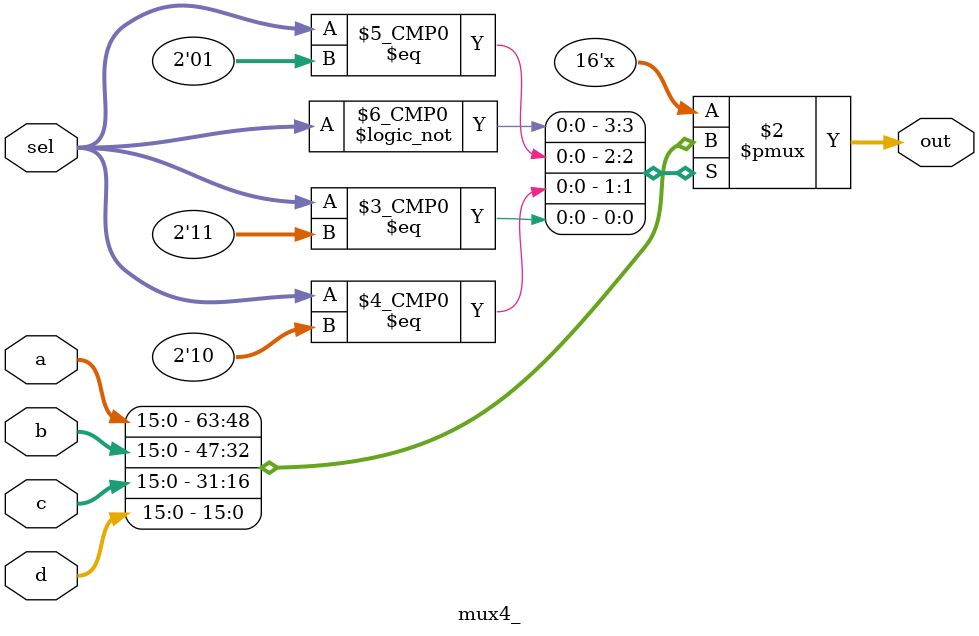
<source format=v>
module mux4_#(parameter WIDTH=16)(
  input [WIDTH-1:0] a,
  input [WIDTH-1:0] b,
  input [WIDTH-1:0] c,
  input [WIDTH-1:0] d,
  input [1:0] sel, 
  output reg   [WIDTH-1:0] out);
  
  always @(*)
  begin
    case(sel)
      2'b00 : out<=a;
      2'b01 : out<=b;
      2'b10 : out<=c;
      2'b11 : out<=d;
      default : out<= 16'hxxxx;
    endcase
  end
  
endmodule
  
  

</source>
